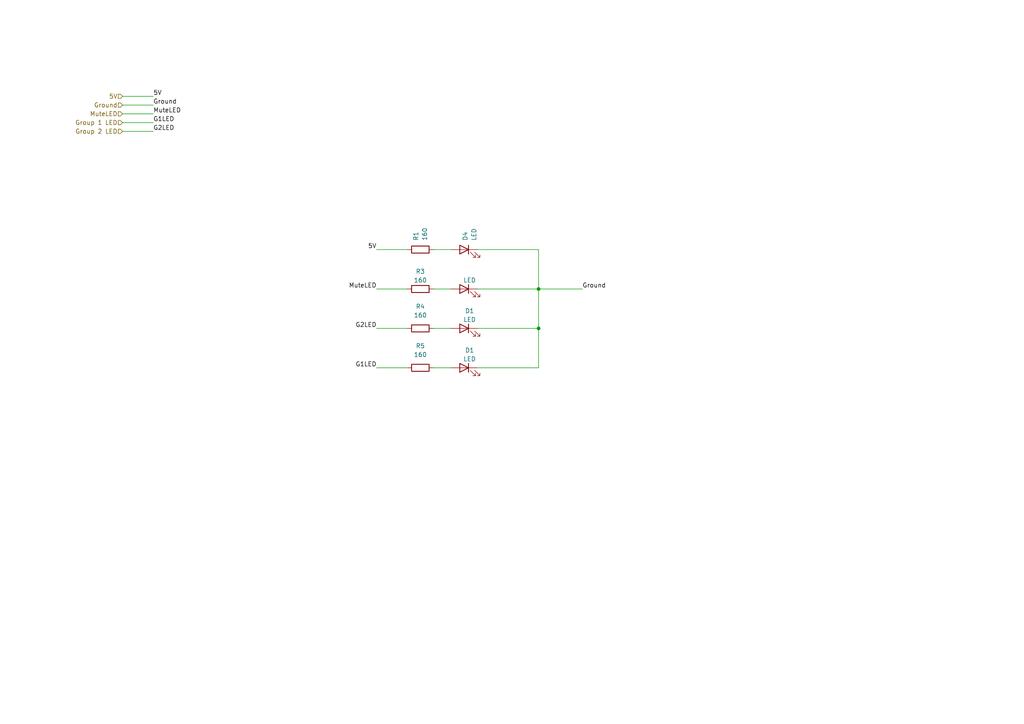
<source format=kicad_sch>
(kicad_sch (version 20230121) (generator eeschema)
  (paper "A4")
  (title_block (title "Essigfabrik 2-Way PA Switcher") (date "2023-11-21") (rev "1") (company "Daniel Machnik Sounddesign und Tontechnik"))
  (lib_symbols
    (symbol "Device:LED" (pin_numbers hide) (pin_names (offset 1.016) hide)
      (property "Reference" "D" (at 0 2.54 0))
      (property "Value" "LED" (at 0 -2.54 0))
      (symbol "LED_0_1"
        (polyline (pts (xy -1.27 -1.27) (xy -1.27 1.27)) (stroke (width 0.254)))
        (polyline (pts (xy -1.27 0) (xy 1.27 0)))
        (polyline (pts (xy 1.27 -1.27) (xy 1.27 1.27) (xy -1.27 0) (xy 1.27 -1.27)) (stroke (width 0.254)))
        (polyline (pts (xy -3.048 -0.762) (xy -4.572 -2.286) (xy -3.81 -2.286) (xy -4.572 -2.286) (xy -4.572 -1.524)))
        (polyline (pts (xy -1.778 -0.762) (xy -3.302 -2.286) (xy -2.54 -2.286) (xy -3.302 -2.286) (xy -3.302 -1.524)))
      )
      (symbol "LED_1_1"
        (pin passive line (at -3.81 0 0) (length 2.54) (name "K") (number "1"))
        (pin passive line (at 3.81 0 180) (length 2.54) (name "A") (number "2"))
      )
    )
    (symbol "Device:R" (pin_numbers hide) (pin_names (offset 0))
      (property "Reference" "R" (at 2.032 0 90))
      (property "Value" "R" (at 0 0 90))
      (symbol "R_0_1"
        (rectangle (start -1.016 -2.54) (end 1.016 2.54) (stroke (width 0.254)))
      )
      (symbol "R_1_1"
        (pin passive line (at 0 3.81 270) (length 1.27) (name "~") (number "1"))
        (pin passive line (at 0 -3.81 90) (length 1.27) (name "~") (number "2"))
      )
    )
  )
  (junction (at 156.21 95.25))
  (junction (at 156.21 83.82))
  (wire (pts (xy 125.73 106.68) (xy 130.81 106.68)))
  (wire (pts (xy 118.11 95.25) (xy 109.22 95.25)))
  (wire (pts (xy 35.56 27.94) (xy 44.45 27.94)))
  (wire (pts (xy 138.43 72.39) (xy 156.21 72.39)))
  (wire (pts (xy 156.21 106.68) (xy 138.43 106.68)))
  (wire (pts (xy 118.11 106.68) (xy 109.22 106.68)))
  (wire (pts (xy 138.43 83.82) (xy 156.21 83.82)))
  (wire (pts (xy 125.73 83.82) (xy 130.81 83.82)))
  (wire (pts (xy 109.22 72.39) (xy 118.11 72.39)))
  (wire (pts (xy 125.73 95.25) (xy 130.81 95.25)))
  (wire (pts (xy 156.21 95.25) (xy 156.21 106.68)))
  (wire (pts (xy 138.43 95.25) (xy 156.21 95.25)))
  (wire (pts (xy 35.56 38.1) (xy 44.45 38.1)))
  (wire (pts (xy 35.56 33.02) (xy 44.45 33.02)))
  (wire (pts (xy 156.21 72.39) (xy 156.21 83.82)))
  (wire (pts (xy 156.21 83.82) (xy 156.21 95.25)))
  (wire (pts (xy 156.21 83.82) (xy 168.91 83.82)))
  (wire (pts (xy 118.11 83.82) (xy 109.22 83.82)))
  (wire (pts (xy 125.73 72.39) (xy 130.81 72.39)))
  (wire (pts (xy 35.56 35.56) (xy 44.45 35.56)))
  (wire (pts (xy 35.56 30.48) (xy 44.45 30.48)))
  (label "Ground" (at 168.91 83.82 0))
  (label "G2LED" (at 109.22 95.25 180))
  (label "5V" (at 109.22 72.39 180))
  (label "G1LED" (at 109.22 106.68 180))
  (label "G2LED" (at 44.45 38.1 0))
  (label "G1LED" (at 44.45 35.56 0))
  (label "MuteLED" (at 109.22 83.82 180))
  (label "5V" (at 44.45 27.94 0))
  (label "Ground" (at 44.45 30.48 0))
  (label "MuteLED" (at 44.45 33.02 0))
  (hierarchical_label "MuteLED" (shape input) (at 35.56 33.02 180))
  (hierarchical_label "Ground" (shape input) (at 35.56 30.48 180))
  (hierarchical_label "Group 2 LED" (shape input) (at 35.56 38.1 180))
  (hierarchical_label "Group 1 LED" (shape input) (at 35.56 35.56 180))
  (hierarchical_label "5V" (shape input) (at 35.56 27.94 180))
  (symbol (lib_id "Device:R") (at 121.92 106.68 90) (unit 1)
    (property "Reference" "R5" (at 121.92 100.33 90))
    (property "Value" "160" (at 121.92 102.87 90))
    (property "Footprint" "Resistor_SMD:R_0805_2012Metric" (effects hide))
  )
  (symbol (lib_id "Device:R") (at 121.92 72.39 270) (unit 1)
    (property "Reference" "R1" (at 120.65 69.85 0) (effects (justify right)))
    (property "Value" "160" (at 123.19 69.85 0) (effects (justify right)))
    (property "Footprint" "Resistor_SMD:R_0805_2012Metric" (effects hide))
    (instances (project "EF_matrix" (path "" (reference "R1") (unit 1)) (path "" (reference "R7") (unit 1))))
  )
  (symbol (lib_id "Device:R") (at 121.92 83.82 90) (unit 1)
    (property "Reference" "R3" (at 121.92 78.74 90))
    (property "Value" "160" (at 121.92 81.28 90))
    (property "Footprint" "Resistor_SMD:R_0805_2012Metric" (effects hide))
  )
  (symbol (lib_id "Device:LED") (at 134.62 95.25 0) (mirror y) (unit 1)
    (property "Reference" "D1" (at 136.2075 90.17 0))
    (property "Value" "LED" (at 136.2075 92.71 0))
    (property "Footprint" "LED_THT:LED_D5.0mm" (effects hide))
    (instances (project "EF_matrix" (path "" (reference "D1") (unit 1)) (path "" (reference "D2") (unit 1))))
  )
  (symbol (lib_id "Device:LED") (at 134.62 72.39 0) (mirror y) (unit 1)
    (property "Reference" "D4" (at 134.9375 69.85 90) (effects (justify left)))
    (property "Value" "LED" (at 137.4775 69.85 90) (effects (justify left)))
    (property "Footprint" "LED_THT:LED_D5.0mm" (effects hide))
  )
  (symbol (lib_id "Device:LED") (at 134.62 106.68 0) (mirror y) (unit 1)
    (property "Reference" "D1" (at 136.2075 101.6 0))
    (property "Value" "LED" (at 136.2075 104.14 0))
    (property "Footprint" "LED_THT:LED_D5.0mm" (effects hide))
  )
  (symbol (lib_id "Device:R") (at 121.92 95.25 90) (unit 1)
    (property "Reference" "R4" (at 121.92 88.9 90))
    (property "Value" "160" (at 121.92 91.44 90))
    (property "Footprint" "Resistor_SMD:R_0805_2012Metric" (effects hide))
  )
  (symbol (lib_id "Device:LED") (at 134.62 83.82 0) (mirror y) (unit 1)
    (property "Reference" "D1" (effects hide))
    (property "Value" "LED" (at 136.2075 81.28 0))
    (property "Footprint" "LED_THT:LED_D5.0mm" (effects hide))
    (instances (project "EF_matrix" (path "" (reference "D1") (unit 1)) (path "" (reference "D3") (unit 1))))
  )
)
</source>
